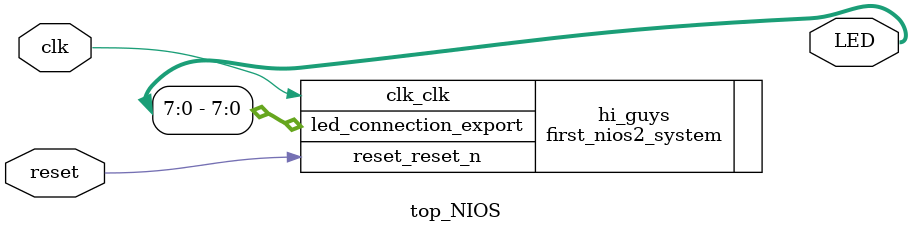
<source format=v>
module top_NIOS(LED, reset, clk);
	input reset, clk;
	output[9:0] LED;
	
	first_nios2_system hi_guys (.clk_clk(clk), .reset_reset_n(reset), .led_connection_export(LED[7:0]));

endmodule 
</source>
